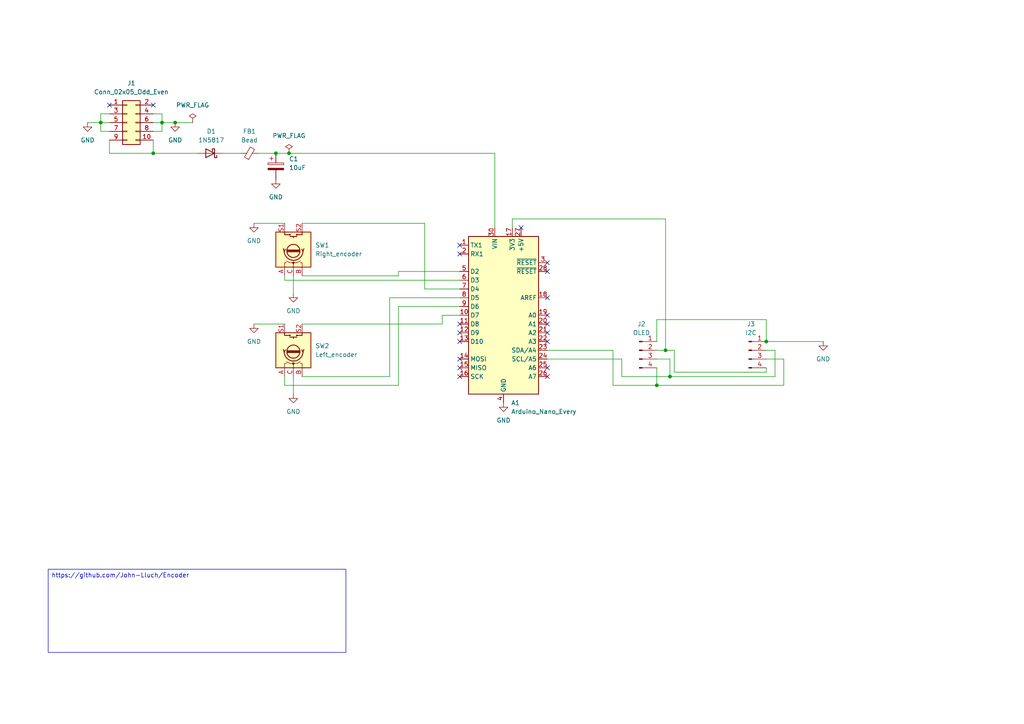
<source format=kicad_sch>
(kicad_sch (version 20230121) (generator eeschema)

  (uuid 55cb5246-239e-4ae6-8e87-70f3711c6841)

  (paper "A4")

  (lib_symbols
    (symbol "Connector:Conn_01x04_Pin" (pin_names (offset 1.016) hide) (in_bom yes) (on_board yes)
      (property "Reference" "J" (at 0 5.08 0)
        (effects (font (size 1.27 1.27)))
      )
      (property "Value" "Conn_01x04_Pin" (at 0 -7.62 0)
        (effects (font (size 1.27 1.27)))
      )
      (property "Footprint" "" (at 0 0 0)
        (effects (font (size 1.27 1.27)) hide)
      )
      (property "Datasheet" "~" (at 0 0 0)
        (effects (font (size 1.27 1.27)) hide)
      )
      (property "ki_locked" "" (at 0 0 0)
        (effects (font (size 1.27 1.27)))
      )
      (property "ki_keywords" "connector" (at 0 0 0)
        (effects (font (size 1.27 1.27)) hide)
      )
      (property "ki_description" "Generic connector, single row, 01x04, script generated" (at 0 0 0)
        (effects (font (size 1.27 1.27)) hide)
      )
      (property "ki_fp_filters" "Connector*:*_1x??_*" (at 0 0 0)
        (effects (font (size 1.27 1.27)) hide)
      )
      (symbol "Conn_01x04_Pin_1_1"
        (polyline
          (pts
            (xy 1.27 -5.08)
            (xy 0.8636 -5.08)
          )
          (stroke (width 0.1524) (type default))
          (fill (type none))
        )
        (polyline
          (pts
            (xy 1.27 -2.54)
            (xy 0.8636 -2.54)
          )
          (stroke (width 0.1524) (type default))
          (fill (type none))
        )
        (polyline
          (pts
            (xy 1.27 0)
            (xy 0.8636 0)
          )
          (stroke (width 0.1524) (type default))
          (fill (type none))
        )
        (polyline
          (pts
            (xy 1.27 2.54)
            (xy 0.8636 2.54)
          )
          (stroke (width 0.1524) (type default))
          (fill (type none))
        )
        (rectangle (start 0.8636 -4.953) (end 0 -5.207)
          (stroke (width 0.1524) (type default))
          (fill (type outline))
        )
        (rectangle (start 0.8636 -2.413) (end 0 -2.667)
          (stroke (width 0.1524) (type default))
          (fill (type outline))
        )
        (rectangle (start 0.8636 0.127) (end 0 -0.127)
          (stroke (width 0.1524) (type default))
          (fill (type outline))
        )
        (rectangle (start 0.8636 2.667) (end 0 2.413)
          (stroke (width 0.1524) (type default))
          (fill (type outline))
        )
        (pin passive line (at 5.08 2.54 180) (length 3.81)
          (name "Pin_1" (effects (font (size 1.27 1.27))))
          (number "1" (effects (font (size 1.27 1.27))))
        )
        (pin passive line (at 5.08 0 180) (length 3.81)
          (name "Pin_2" (effects (font (size 1.27 1.27))))
          (number "2" (effects (font (size 1.27 1.27))))
        )
        (pin passive line (at 5.08 -2.54 180) (length 3.81)
          (name "Pin_3" (effects (font (size 1.27 1.27))))
          (number "3" (effects (font (size 1.27 1.27))))
        )
        (pin passive line (at 5.08 -5.08 180) (length 3.81)
          (name "Pin_4" (effects (font (size 1.27 1.27))))
          (number "4" (effects (font (size 1.27 1.27))))
        )
      )
    )
    (symbol "Connector_Generic:Conn_02x05_Odd_Even" (pin_names (offset 1.016) hide) (in_bom yes) (on_board yes)
      (property "Reference" "J" (at 1.27 7.62 0)
        (effects (font (size 1.27 1.27)))
      )
      (property "Value" "Conn_02x05_Odd_Even" (at 1.27 -7.62 0)
        (effects (font (size 1.27 1.27)))
      )
      (property "Footprint" "" (at 0 0 0)
        (effects (font (size 1.27 1.27)) hide)
      )
      (property "Datasheet" "~" (at 0 0 0)
        (effects (font (size 1.27 1.27)) hide)
      )
      (property "ki_keywords" "connector" (at 0 0 0)
        (effects (font (size 1.27 1.27)) hide)
      )
      (property "ki_description" "Generic connector, double row, 02x05, odd/even pin numbering scheme (row 1 odd numbers, row 2 even numbers), script generated (kicad-library-utils/schlib/autogen/connector/)" (at 0 0 0)
        (effects (font (size 1.27 1.27)) hide)
      )
      (property "ki_fp_filters" "Connector*:*_2x??_*" (at 0 0 0)
        (effects (font (size 1.27 1.27)) hide)
      )
      (symbol "Conn_02x05_Odd_Even_1_1"
        (rectangle (start -1.27 -4.953) (end 0 -5.207)
          (stroke (width 0.1524) (type default))
          (fill (type none))
        )
        (rectangle (start -1.27 -2.413) (end 0 -2.667)
          (stroke (width 0.1524) (type default))
          (fill (type none))
        )
        (rectangle (start -1.27 0.127) (end 0 -0.127)
          (stroke (width 0.1524) (type default))
          (fill (type none))
        )
        (rectangle (start -1.27 2.667) (end 0 2.413)
          (stroke (width 0.1524) (type default))
          (fill (type none))
        )
        (rectangle (start -1.27 5.207) (end 0 4.953)
          (stroke (width 0.1524) (type default))
          (fill (type none))
        )
        (rectangle (start -1.27 6.35) (end 3.81 -6.35)
          (stroke (width 0.254) (type default))
          (fill (type background))
        )
        (rectangle (start 3.81 -4.953) (end 2.54 -5.207)
          (stroke (width 0.1524) (type default))
          (fill (type none))
        )
        (rectangle (start 3.81 -2.413) (end 2.54 -2.667)
          (stroke (width 0.1524) (type default))
          (fill (type none))
        )
        (rectangle (start 3.81 0.127) (end 2.54 -0.127)
          (stroke (width 0.1524) (type default))
          (fill (type none))
        )
        (rectangle (start 3.81 2.667) (end 2.54 2.413)
          (stroke (width 0.1524) (type default))
          (fill (type none))
        )
        (rectangle (start 3.81 5.207) (end 2.54 4.953)
          (stroke (width 0.1524) (type default))
          (fill (type none))
        )
        (pin passive line (at -5.08 5.08 0) (length 3.81)
          (name "Pin_1" (effects (font (size 1.27 1.27))))
          (number "1" (effects (font (size 1.27 1.27))))
        )
        (pin passive line (at 7.62 -5.08 180) (length 3.81)
          (name "Pin_10" (effects (font (size 1.27 1.27))))
          (number "10" (effects (font (size 1.27 1.27))))
        )
        (pin passive line (at 7.62 5.08 180) (length 3.81)
          (name "Pin_2" (effects (font (size 1.27 1.27))))
          (number "2" (effects (font (size 1.27 1.27))))
        )
        (pin passive line (at -5.08 2.54 0) (length 3.81)
          (name "Pin_3" (effects (font (size 1.27 1.27))))
          (number "3" (effects (font (size 1.27 1.27))))
        )
        (pin passive line (at 7.62 2.54 180) (length 3.81)
          (name "Pin_4" (effects (font (size 1.27 1.27))))
          (number "4" (effects (font (size 1.27 1.27))))
        )
        (pin passive line (at -5.08 0 0) (length 3.81)
          (name "Pin_5" (effects (font (size 1.27 1.27))))
          (number "5" (effects (font (size 1.27 1.27))))
        )
        (pin passive line (at 7.62 0 180) (length 3.81)
          (name "Pin_6" (effects (font (size 1.27 1.27))))
          (number "6" (effects (font (size 1.27 1.27))))
        )
        (pin passive line (at -5.08 -2.54 0) (length 3.81)
          (name "Pin_7" (effects (font (size 1.27 1.27))))
          (number "7" (effects (font (size 1.27 1.27))))
        )
        (pin passive line (at 7.62 -2.54 180) (length 3.81)
          (name "Pin_8" (effects (font (size 1.27 1.27))))
          (number "8" (effects (font (size 1.27 1.27))))
        )
        (pin passive line (at -5.08 -5.08 0) (length 3.81)
          (name "Pin_9" (effects (font (size 1.27 1.27))))
          (number "9" (effects (font (size 1.27 1.27))))
        )
      )
    )
    (symbol "Device:C_Polarized" (pin_numbers hide) (pin_names (offset 0.254)) (in_bom yes) (on_board yes)
      (property "Reference" "C" (at 0.635 2.54 0)
        (effects (font (size 1.27 1.27)) (justify left))
      )
      (property "Value" "C_Polarized" (at 0.635 -2.54 0)
        (effects (font (size 1.27 1.27)) (justify left))
      )
      (property "Footprint" "" (at 0.9652 -3.81 0)
        (effects (font (size 1.27 1.27)) hide)
      )
      (property "Datasheet" "~" (at 0 0 0)
        (effects (font (size 1.27 1.27)) hide)
      )
      (property "ki_keywords" "cap capacitor" (at 0 0 0)
        (effects (font (size 1.27 1.27)) hide)
      )
      (property "ki_description" "Polarized capacitor" (at 0 0 0)
        (effects (font (size 1.27 1.27)) hide)
      )
      (property "ki_fp_filters" "CP_*" (at 0 0 0)
        (effects (font (size 1.27 1.27)) hide)
      )
      (symbol "C_Polarized_0_1"
        (rectangle (start -2.286 0.508) (end 2.286 1.016)
          (stroke (width 0) (type default))
          (fill (type none))
        )
        (polyline
          (pts
            (xy -1.778 2.286)
            (xy -0.762 2.286)
          )
          (stroke (width 0) (type default))
          (fill (type none))
        )
        (polyline
          (pts
            (xy -1.27 2.794)
            (xy -1.27 1.778)
          )
          (stroke (width 0) (type default))
          (fill (type none))
        )
        (rectangle (start 2.286 -0.508) (end -2.286 -1.016)
          (stroke (width 0) (type default))
          (fill (type outline))
        )
      )
      (symbol "C_Polarized_1_1"
        (pin passive line (at 0 3.81 270) (length 2.794)
          (name "~" (effects (font (size 1.27 1.27))))
          (number "1" (effects (font (size 1.27 1.27))))
        )
        (pin passive line (at 0 -3.81 90) (length 2.794)
          (name "~" (effects (font (size 1.27 1.27))))
          (number "2" (effects (font (size 1.27 1.27))))
        )
      )
    )
    (symbol "Device:FerriteBead_Small" (pin_numbers hide) (pin_names (offset 0)) (in_bom yes) (on_board yes)
      (property "Reference" "FB" (at 1.905 1.27 0)
        (effects (font (size 1.27 1.27)) (justify left))
      )
      (property "Value" "FerriteBead_Small" (at 1.905 -1.27 0)
        (effects (font (size 1.27 1.27)) (justify left))
      )
      (property "Footprint" "" (at -1.778 0 90)
        (effects (font (size 1.27 1.27)) hide)
      )
      (property "Datasheet" "~" (at 0 0 0)
        (effects (font (size 1.27 1.27)) hide)
      )
      (property "ki_keywords" "L ferrite bead inductor filter" (at 0 0 0)
        (effects (font (size 1.27 1.27)) hide)
      )
      (property "ki_description" "Ferrite bead, small symbol" (at 0 0 0)
        (effects (font (size 1.27 1.27)) hide)
      )
      (property "ki_fp_filters" "Inductor_* L_* *Ferrite*" (at 0 0 0)
        (effects (font (size 1.27 1.27)) hide)
      )
      (symbol "FerriteBead_Small_0_1"
        (polyline
          (pts
            (xy 0 -1.27)
            (xy 0 -0.7874)
          )
          (stroke (width 0) (type default))
          (fill (type none))
        )
        (polyline
          (pts
            (xy 0 0.889)
            (xy 0 1.2954)
          )
          (stroke (width 0) (type default))
          (fill (type none))
        )
        (polyline
          (pts
            (xy -1.8288 0.2794)
            (xy -1.1176 1.4986)
            (xy 1.8288 -0.2032)
            (xy 1.1176 -1.4224)
            (xy -1.8288 0.2794)
          )
          (stroke (width 0) (type default))
          (fill (type none))
        )
      )
      (symbol "FerriteBead_Small_1_1"
        (pin passive line (at 0 2.54 270) (length 1.27)
          (name "~" (effects (font (size 1.27 1.27))))
          (number "1" (effects (font (size 1.27 1.27))))
        )
        (pin passive line (at 0 -2.54 90) (length 1.27)
          (name "~" (effects (font (size 1.27 1.27))))
          (number "2" (effects (font (size 1.27 1.27))))
        )
      )
    )
    (symbol "Device:RotaryEncoder_Switch" (pin_names (offset 0.254) hide) (in_bom yes) (on_board yes)
      (property "Reference" "SW" (at 0 6.604 0)
        (effects (font (size 1.27 1.27)))
      )
      (property "Value" "RotaryEncoder_Switch" (at 0 -6.604 0)
        (effects (font (size 1.27 1.27)))
      )
      (property "Footprint" "" (at -3.81 4.064 0)
        (effects (font (size 1.27 1.27)) hide)
      )
      (property "Datasheet" "~" (at 0 6.604 0)
        (effects (font (size 1.27 1.27)) hide)
      )
      (property "ki_keywords" "rotary switch encoder switch push button" (at 0 0 0)
        (effects (font (size 1.27 1.27)) hide)
      )
      (property "ki_description" "Rotary encoder, dual channel, incremental quadrate outputs, with switch" (at 0 0 0)
        (effects (font (size 1.27 1.27)) hide)
      )
      (property "ki_fp_filters" "RotaryEncoder*Switch*" (at 0 0 0)
        (effects (font (size 1.27 1.27)) hide)
      )
      (symbol "RotaryEncoder_Switch_0_1"
        (rectangle (start -5.08 5.08) (end 5.08 -5.08)
          (stroke (width 0.254) (type default))
          (fill (type background))
        )
        (circle (center -3.81 0) (radius 0.254)
          (stroke (width 0) (type default))
          (fill (type outline))
        )
        (circle (center -0.381 0) (radius 1.905)
          (stroke (width 0.254) (type default))
          (fill (type none))
        )
        (arc (start -0.381 2.667) (mid -3.0988 -0.0635) (end -0.381 -2.794)
          (stroke (width 0.254) (type default))
          (fill (type none))
        )
        (polyline
          (pts
            (xy -0.635 -1.778)
            (xy -0.635 1.778)
          )
          (stroke (width 0.254) (type default))
          (fill (type none))
        )
        (polyline
          (pts
            (xy -0.381 -1.778)
            (xy -0.381 1.778)
          )
          (stroke (width 0.254) (type default))
          (fill (type none))
        )
        (polyline
          (pts
            (xy -0.127 1.778)
            (xy -0.127 -1.778)
          )
          (stroke (width 0.254) (type default))
          (fill (type none))
        )
        (polyline
          (pts
            (xy 3.81 0)
            (xy 3.429 0)
          )
          (stroke (width 0.254) (type default))
          (fill (type none))
        )
        (polyline
          (pts
            (xy 3.81 1.016)
            (xy 3.81 -1.016)
          )
          (stroke (width 0.254) (type default))
          (fill (type none))
        )
        (polyline
          (pts
            (xy -5.08 -2.54)
            (xy -3.81 -2.54)
            (xy -3.81 -2.032)
          )
          (stroke (width 0) (type default))
          (fill (type none))
        )
        (polyline
          (pts
            (xy -5.08 2.54)
            (xy -3.81 2.54)
            (xy -3.81 2.032)
          )
          (stroke (width 0) (type default))
          (fill (type none))
        )
        (polyline
          (pts
            (xy 0.254 -3.048)
            (xy -0.508 -2.794)
            (xy 0.127 -2.413)
          )
          (stroke (width 0.254) (type default))
          (fill (type none))
        )
        (polyline
          (pts
            (xy 0.254 2.921)
            (xy -0.508 2.667)
            (xy 0.127 2.286)
          )
          (stroke (width 0.254) (type default))
          (fill (type none))
        )
        (polyline
          (pts
            (xy 5.08 -2.54)
            (xy 4.318 -2.54)
            (xy 4.318 -1.016)
          )
          (stroke (width 0.254) (type default))
          (fill (type none))
        )
        (polyline
          (pts
            (xy 5.08 2.54)
            (xy 4.318 2.54)
            (xy 4.318 1.016)
          )
          (stroke (width 0.254) (type default))
          (fill (type none))
        )
        (polyline
          (pts
            (xy -5.08 0)
            (xy -3.81 0)
            (xy -3.81 -1.016)
            (xy -3.302 -2.032)
          )
          (stroke (width 0) (type default))
          (fill (type none))
        )
        (polyline
          (pts
            (xy -4.318 0)
            (xy -3.81 0)
            (xy -3.81 1.016)
            (xy -3.302 2.032)
          )
          (stroke (width 0) (type default))
          (fill (type none))
        )
        (circle (center 4.318 -1.016) (radius 0.127)
          (stroke (width 0.254) (type default))
          (fill (type none))
        )
        (circle (center 4.318 1.016) (radius 0.127)
          (stroke (width 0.254) (type default))
          (fill (type none))
        )
      )
      (symbol "RotaryEncoder_Switch_1_1"
        (pin passive line (at -7.62 2.54 0) (length 2.54)
          (name "A" (effects (font (size 1.27 1.27))))
          (number "A" (effects (font (size 1.27 1.27))))
        )
        (pin passive line (at -7.62 -2.54 0) (length 2.54)
          (name "B" (effects (font (size 1.27 1.27))))
          (number "B" (effects (font (size 1.27 1.27))))
        )
        (pin passive line (at -7.62 0 0) (length 2.54)
          (name "C" (effects (font (size 1.27 1.27))))
          (number "C" (effects (font (size 1.27 1.27))))
        )
        (pin passive line (at 7.62 2.54 180) (length 2.54)
          (name "S1" (effects (font (size 1.27 1.27))))
          (number "S1" (effects (font (size 1.27 1.27))))
        )
        (pin passive line (at 7.62 -2.54 180) (length 2.54)
          (name "S2" (effects (font (size 1.27 1.27))))
          (number "S2" (effects (font (size 1.27 1.27))))
        )
      )
    )
    (symbol "Diode:1N5817" (pin_numbers hide) (pin_names (offset 1.016) hide) (in_bom yes) (on_board yes)
      (property "Reference" "D" (at 0 2.54 0)
        (effects (font (size 1.27 1.27)))
      )
      (property "Value" "1N5817" (at 0 -2.54 0)
        (effects (font (size 1.27 1.27)))
      )
      (property "Footprint" "Diode_THT:D_DO-41_SOD81_P10.16mm_Horizontal" (at 0 -4.445 0)
        (effects (font (size 1.27 1.27)) hide)
      )
      (property "Datasheet" "http://www.vishay.com/docs/88525/1n5817.pdf" (at 0 0 0)
        (effects (font (size 1.27 1.27)) hide)
      )
      (property "ki_keywords" "diode Schottky" (at 0 0 0)
        (effects (font (size 1.27 1.27)) hide)
      )
      (property "ki_description" "20V 1A Schottky Barrier Rectifier Diode, DO-41" (at 0 0 0)
        (effects (font (size 1.27 1.27)) hide)
      )
      (property "ki_fp_filters" "D*DO?41*" (at 0 0 0)
        (effects (font (size 1.27 1.27)) hide)
      )
      (symbol "1N5817_0_1"
        (polyline
          (pts
            (xy 1.27 0)
            (xy -1.27 0)
          )
          (stroke (width 0) (type default))
          (fill (type none))
        )
        (polyline
          (pts
            (xy 1.27 1.27)
            (xy 1.27 -1.27)
            (xy -1.27 0)
            (xy 1.27 1.27)
          )
          (stroke (width 0.254) (type default))
          (fill (type none))
        )
        (polyline
          (pts
            (xy -1.905 0.635)
            (xy -1.905 1.27)
            (xy -1.27 1.27)
            (xy -1.27 -1.27)
            (xy -0.635 -1.27)
            (xy -0.635 -0.635)
          )
          (stroke (width 0.254) (type default))
          (fill (type none))
        )
      )
      (symbol "1N5817_1_1"
        (pin passive line (at -3.81 0 0) (length 2.54)
          (name "K" (effects (font (size 1.27 1.27))))
          (number "1" (effects (font (size 1.27 1.27))))
        )
        (pin passive line (at 3.81 0 180) (length 2.54)
          (name "A" (effects (font (size 1.27 1.27))))
          (number "2" (effects (font (size 1.27 1.27))))
        )
      )
    )
    (symbol "MCU_Module:Arduino_Nano_Every" (in_bom yes) (on_board yes)
      (property "Reference" "A" (at -10.16 23.495 0)
        (effects (font (size 1.27 1.27)) (justify left bottom))
      )
      (property "Value" "Arduino_Nano_Every" (at 5.08 -24.13 0)
        (effects (font (size 1.27 1.27)) (justify left top))
      )
      (property "Footprint" "Module:Arduino_Nano" (at 0 0 0)
        (effects (font (size 1.27 1.27) italic) hide)
      )
      (property "Datasheet" "https://content.arduino.cc/assets/NANOEveryV3.0_sch.pdf" (at 0 0 0)
        (effects (font (size 1.27 1.27)) hide)
      )
      (property "ki_keywords" "Arduino nano microcontroller module USB UPDI AATMega4809 AVR" (at 0 0 0)
        (effects (font (size 1.27 1.27)) hide)
      )
      (property "ki_description" "Arduino Nano Every" (at 0 0 0)
        (effects (font (size 1.27 1.27)) hide)
      )
      (property "ki_fp_filters" "Arduino*Nano*" (at 0 0 0)
        (effects (font (size 1.27 1.27)) hide)
      )
      (symbol "Arduino_Nano_Every_0_1"
        (rectangle (start -10.16 22.86) (end 10.16 -22.86)
          (stroke (width 0.254) (type default))
          (fill (type background))
        )
      )
      (symbol "Arduino_Nano_Every_1_1"
        (pin bidirectional line (at -12.7 20.32 0) (length 2.54)
          (name "TX1" (effects (font (size 1.27 1.27))))
          (number "1" (effects (font (size 1.27 1.27))))
        )
        (pin bidirectional line (at -12.7 0 0) (length 2.54)
          (name "D7" (effects (font (size 1.27 1.27))))
          (number "10" (effects (font (size 1.27 1.27))))
        )
        (pin bidirectional line (at -12.7 -2.54 0) (length 2.54)
          (name "D8" (effects (font (size 1.27 1.27))))
          (number "11" (effects (font (size 1.27 1.27))))
        )
        (pin bidirectional line (at -12.7 -5.08 0) (length 2.54)
          (name "D9" (effects (font (size 1.27 1.27))))
          (number "12" (effects (font (size 1.27 1.27))))
        )
        (pin bidirectional line (at -12.7 -7.62 0) (length 2.54)
          (name "D10" (effects (font (size 1.27 1.27))))
          (number "13" (effects (font (size 1.27 1.27))))
        )
        (pin bidirectional line (at -12.7 -12.7 0) (length 2.54)
          (name "MOSI" (effects (font (size 1.27 1.27))))
          (number "14" (effects (font (size 1.27 1.27))))
        )
        (pin bidirectional line (at -12.7 -15.24 0) (length 2.54)
          (name "MISO" (effects (font (size 1.27 1.27))))
          (number "15" (effects (font (size 1.27 1.27))))
        )
        (pin bidirectional line (at -12.7 -17.78 0) (length 2.54)
          (name "SCK" (effects (font (size 1.27 1.27))))
          (number "16" (effects (font (size 1.27 1.27))))
        )
        (pin power_out line (at 2.54 25.4 270) (length 2.54)
          (name "3V3" (effects (font (size 1.27 1.27))))
          (number "17" (effects (font (size 1.27 1.27))))
        )
        (pin input line (at 12.7 5.08 180) (length 2.54)
          (name "AREF" (effects (font (size 1.27 1.27))))
          (number "18" (effects (font (size 1.27 1.27))))
        )
        (pin bidirectional line (at 12.7 0 180) (length 2.54)
          (name "A0" (effects (font (size 1.27 1.27))))
          (number "19" (effects (font (size 1.27 1.27))))
        )
        (pin bidirectional line (at -12.7 17.78 0) (length 2.54)
          (name "RX1" (effects (font (size 1.27 1.27))))
          (number "2" (effects (font (size 1.27 1.27))))
        )
        (pin bidirectional line (at 12.7 -2.54 180) (length 2.54)
          (name "A1" (effects (font (size 1.27 1.27))))
          (number "20" (effects (font (size 1.27 1.27))))
        )
        (pin bidirectional line (at 12.7 -5.08 180) (length 2.54)
          (name "A2" (effects (font (size 1.27 1.27))))
          (number "21" (effects (font (size 1.27 1.27))))
        )
        (pin bidirectional line (at 12.7 -7.62 180) (length 2.54)
          (name "A3" (effects (font (size 1.27 1.27))))
          (number "22" (effects (font (size 1.27 1.27))))
        )
        (pin bidirectional line (at 12.7 -10.16 180) (length 2.54)
          (name "SDA/A4" (effects (font (size 1.27 1.27))))
          (number "23" (effects (font (size 1.27 1.27))))
        )
        (pin bidirectional line (at 12.7 -12.7 180) (length 2.54)
          (name "SCL/A5" (effects (font (size 1.27 1.27))))
          (number "24" (effects (font (size 1.27 1.27))))
        )
        (pin bidirectional line (at 12.7 -15.24 180) (length 2.54)
          (name "A6" (effects (font (size 1.27 1.27))))
          (number "25" (effects (font (size 1.27 1.27))))
        )
        (pin bidirectional line (at 12.7 -17.78 180) (length 2.54)
          (name "A7" (effects (font (size 1.27 1.27))))
          (number "26" (effects (font (size 1.27 1.27))))
        )
        (pin power_out line (at 5.08 25.4 270) (length 2.54)
          (name "+5V" (effects (font (size 1.27 1.27))))
          (number "27" (effects (font (size 1.27 1.27))))
        )
        (pin input line (at 12.7 12.7 180) (length 2.54)
          (name "~{RESET}" (effects (font (size 1.27 1.27))))
          (number "28" (effects (font (size 1.27 1.27))))
        )
        (pin passive line (at 0 -25.4 90) (length 2.54) hide
          (name "GND" (effects (font (size 1.27 1.27))))
          (number "29" (effects (font (size 1.27 1.27))))
        )
        (pin input line (at 12.7 15.24 180) (length 2.54)
          (name "~{RESET}" (effects (font (size 1.27 1.27))))
          (number "3" (effects (font (size 1.27 1.27))))
        )
        (pin power_in line (at -2.54 25.4 270) (length 2.54)
          (name "VIN" (effects (font (size 1.27 1.27))))
          (number "30" (effects (font (size 1.27 1.27))))
        )
        (pin power_in line (at 0 -25.4 90) (length 2.54)
          (name "GND" (effects (font (size 1.27 1.27))))
          (number "4" (effects (font (size 1.27 1.27))))
        )
        (pin bidirectional line (at -12.7 12.7 0) (length 2.54)
          (name "D2" (effects (font (size 1.27 1.27))))
          (number "5" (effects (font (size 1.27 1.27))))
        )
        (pin bidirectional line (at -12.7 10.16 0) (length 2.54)
          (name "D3" (effects (font (size 1.27 1.27))))
          (number "6" (effects (font (size 1.27 1.27))))
        )
        (pin bidirectional line (at -12.7 7.62 0) (length 2.54)
          (name "D4" (effects (font (size 1.27 1.27))))
          (number "7" (effects (font (size 1.27 1.27))))
        )
        (pin bidirectional line (at -12.7 5.08 0) (length 2.54)
          (name "D5" (effects (font (size 1.27 1.27))))
          (number "8" (effects (font (size 1.27 1.27))))
        )
        (pin bidirectional line (at -12.7 2.54 0) (length 2.54)
          (name "D6" (effects (font (size 1.27 1.27))))
          (number "9" (effects (font (size 1.27 1.27))))
        )
      )
    )
    (symbol "power:GND" (power) (pin_names (offset 0)) (in_bom yes) (on_board yes)
      (property "Reference" "#PWR" (at 0 -6.35 0)
        (effects (font (size 1.27 1.27)) hide)
      )
      (property "Value" "GND" (at 0 -3.81 0)
        (effects (font (size 1.27 1.27)))
      )
      (property "Footprint" "" (at 0 0 0)
        (effects (font (size 1.27 1.27)) hide)
      )
      (property "Datasheet" "" (at 0 0 0)
        (effects (font (size 1.27 1.27)) hide)
      )
      (property "ki_keywords" "global power" (at 0 0 0)
        (effects (font (size 1.27 1.27)) hide)
      )
      (property "ki_description" "Power symbol creates a global label with name \"GND\" , ground" (at 0 0 0)
        (effects (font (size 1.27 1.27)) hide)
      )
      (symbol "GND_0_1"
        (polyline
          (pts
            (xy 0 0)
            (xy 0 -1.27)
            (xy 1.27 -1.27)
            (xy 0 -2.54)
            (xy -1.27 -1.27)
            (xy 0 -1.27)
          )
          (stroke (width 0) (type default))
          (fill (type none))
        )
      )
      (symbol "GND_1_1"
        (pin power_in line (at 0 0 270) (length 0) hide
          (name "GND" (effects (font (size 1.27 1.27))))
          (number "1" (effects (font (size 1.27 1.27))))
        )
      )
    )
    (symbol "power:PWR_FLAG" (power) (pin_numbers hide) (pin_names (offset 0) hide) (in_bom yes) (on_board yes)
      (property "Reference" "#FLG" (at 0 1.905 0)
        (effects (font (size 1.27 1.27)) hide)
      )
      (property "Value" "PWR_FLAG" (at 0 3.81 0)
        (effects (font (size 1.27 1.27)))
      )
      (property "Footprint" "" (at 0 0 0)
        (effects (font (size 1.27 1.27)) hide)
      )
      (property "Datasheet" "~" (at 0 0 0)
        (effects (font (size 1.27 1.27)) hide)
      )
      (property "ki_keywords" "flag power" (at 0 0 0)
        (effects (font (size 1.27 1.27)) hide)
      )
      (property "ki_description" "Special symbol for telling ERC where power comes from" (at 0 0 0)
        (effects (font (size 1.27 1.27)) hide)
      )
      (symbol "PWR_FLAG_0_0"
        (pin power_out line (at 0 0 90) (length 0)
          (name "pwr" (effects (font (size 1.27 1.27))))
          (number "1" (effects (font (size 1.27 1.27))))
        )
      )
      (symbol "PWR_FLAG_0_1"
        (polyline
          (pts
            (xy 0 0)
            (xy 0 1.27)
            (xy -1.016 1.905)
            (xy 0 2.54)
            (xy 1.016 1.905)
            (xy 0 1.27)
          )
          (stroke (width 0) (type default))
          (fill (type none))
        )
      )
    )
  )

  (junction (at 44.45 44.45) (diameter 0) (color 0 0 0 0)
    (uuid 34da9be1-e2b6-44b9-8223-f259a59426e5)
  )
  (junction (at 193.04 101.6) (diameter 0) (color 0 0 0 0)
    (uuid 71070986-c8e3-4e8c-a480-26db45c57a64)
  )
  (junction (at 80.01 44.45) (diameter 0) (color 0 0 0 0)
    (uuid 76502e6a-20b9-4e2e-8587-16778ec31337)
  )
  (junction (at 222.25 99.06) (diameter 0) (color 0 0 0 0)
    (uuid 9eab71f9-c33c-4dcb-af89-7aac1e36e755)
  )
  (junction (at 46.99 35.56) (diameter 0) (color 0 0 0 0)
    (uuid 9f5554a5-fc29-4b11-95ea-b61b544b58db)
  )
  (junction (at 29.21 35.56) (diameter 0) (color 0 0 0 0)
    (uuid a7f67dfb-b46e-4799-a21e-3338baa80cb0)
  )
  (junction (at 194.31 109.22) (diameter 0) (color 0 0 0 0)
    (uuid d2b19904-bf95-4084-9e19-b76cacfd32df)
  )
  (junction (at 83.82 44.45) (diameter 0) (color 0 0 0 0)
    (uuid e2985438-ca0a-4b96-a052-91db9d7b9de9)
  )
  (junction (at 190.5 111.76) (diameter 0) (color 0 0 0 0)
    (uuid f3cca419-db0a-45b1-9cc6-bffc8424c61b)
  )
  (junction (at 50.8 35.56) (diameter 0) (color 0 0 0 0)
    (uuid ffd118a2-e985-4fea-88e1-2e532d75ffca)
  )

  (no_connect (at 158.75 93.98) (uuid 04756796-1bca-4cc1-b9fc-54e517998200))
  (no_connect (at 158.75 99.06) (uuid 0a1ca9ea-d907-4282-a182-b4564ab56563))
  (no_connect (at 158.75 91.44) (uuid 328c6752-6420-4bd5-b5e1-5a7084e08556))
  (no_connect (at 31.75 30.48) (uuid 451ce046-9db4-442b-a53e-fe912365af30))
  (no_connect (at 44.45 30.48) (uuid 558d5865-1c52-4e42-9f90-c5602b2b67ef))
  (no_connect (at 158.75 76.2) (uuid 59be7732-3ae6-46b4-bd9d-b5b1de9c3db3))
  (no_connect (at 158.75 78.74) (uuid 65c566cc-fed1-4744-8818-424e627e3ee2))
  (no_connect (at 133.35 96.52) (uuid 6d685873-9085-4842-a68b-adad72d25e6e))
  (no_connect (at 133.35 71.12) (uuid 8d7e7fe4-cc3e-4cbe-9f54-0f7866d392ea))
  (no_connect (at 133.35 99.06) (uuid 908970a1-0a57-4383-9d92-ac4ea66e39e4))
  (no_connect (at 133.35 93.98) (uuid 93080e53-9714-40f2-82f3-64fd7d8d9302))
  (no_connect (at 158.75 86.36) (uuid 9428cb31-9bed-409b-b28c-37328887a8b3))
  (no_connect (at 158.75 96.52) (uuid 9b0f74d9-838b-4973-8a19-706eb87dceb0))
  (no_connect (at 158.75 109.22) (uuid b6694c0f-2f44-4b24-ae07-bd985eb2acfb))
  (no_connect (at 151.13 66.04) (uuid bd9ba36c-79f1-4e5f-864e-a183da01ed53))
  (no_connect (at 133.35 104.14) (uuid bff1390d-5153-47a3-a1d9-7b77d2c03ae1))
  (no_connect (at 133.35 109.22) (uuid e79b9ba6-eeb2-470e-ad02-ebfcef58a425))
  (no_connect (at 158.75 106.68) (uuid ec5a0f14-cb09-4fad-af2a-34216b00cad7))
  (no_connect (at 133.35 73.66) (uuid fc5a6638-d12b-46fc-906c-216c6bc5554b))
  (no_connect (at 133.35 106.68) (uuid fe2047f0-8b1a-4d9f-b957-47e7c1182e51))

  (wire (pts (xy 222.25 101.6) (xy 224.79 101.6))
    (stroke (width 0) (type default))
    (uuid 024b7b22-9be6-4911-9a89-9c4ce8c60561)
  )
  (wire (pts (xy 180.34 109.22) (xy 194.31 109.22))
    (stroke (width 0) (type default))
    (uuid 0899f9d2-fed6-41e1-b2bc-cc8fdff517b6)
  )
  (wire (pts (xy 158.75 104.14) (xy 180.34 104.14))
    (stroke (width 0) (type default))
    (uuid 08f76a2a-f42f-436a-9763-a1717b2dcaaf)
  )
  (wire (pts (xy 113.03 86.36) (xy 113.03 109.22))
    (stroke (width 0) (type default))
    (uuid 0b19bce0-c44f-47c2-ab90-3fd377ed7f80)
  )
  (wire (pts (xy 222.25 106.68) (xy 222.25 107.95))
    (stroke (width 0) (type default))
    (uuid 109b5997-dc5e-4276-a7a9-275dcb160b33)
  )
  (wire (pts (xy 148.59 63.5) (xy 193.04 63.5))
    (stroke (width 0) (type default))
    (uuid 16217c25-4e68-49b8-a892-b176a5cfc4b5)
  )
  (wire (pts (xy 194.31 109.22) (xy 194.31 104.14))
    (stroke (width 0) (type default))
    (uuid 1df216bc-4f6f-42ab-9bc9-9a7541ba0c8b)
  )
  (wire (pts (xy 224.79 101.6) (xy 224.79 109.22))
    (stroke (width 0) (type default))
    (uuid 20cebe64-fcea-4d4d-b935-35ac9ea8e514)
  )
  (wire (pts (xy 50.8 35.56) (xy 55.88 35.56))
    (stroke (width 0) (type default))
    (uuid 234a9953-bdbf-44a0-a32d-77f23d6a5bdc)
  )
  (wire (pts (xy 31.75 33.02) (xy 29.21 33.02))
    (stroke (width 0) (type default))
    (uuid 24c416dd-37ed-473d-9945-76ef50a5bebf)
  )
  (wire (pts (xy 44.45 38.1) (xy 46.99 38.1))
    (stroke (width 0) (type default))
    (uuid 26f7328f-d13e-42b8-898a-a3b1abae6c53)
  )
  (wire (pts (xy 128.27 93.98) (xy 128.27 91.44))
    (stroke (width 0) (type default))
    (uuid 2911dbd1-7907-49ba-a506-530904fc6a71)
  )
  (wire (pts (xy 29.21 35.56) (xy 31.75 35.56))
    (stroke (width 0) (type default))
    (uuid 3178ca26-5d03-473f-bf37-7f9ed84cb7b1)
  )
  (wire (pts (xy 222.25 92.71) (xy 222.25 99.06))
    (stroke (width 0) (type default))
    (uuid 384f5860-d05c-49ce-a52a-7f5bb9ab43fc)
  )
  (wire (pts (xy 128.27 91.44) (xy 133.35 91.44))
    (stroke (width 0) (type default))
    (uuid 3b2e423a-e944-4c8b-bf74-30e67fbf32bb)
  )
  (wire (pts (xy 82.55 81.28) (xy 82.55 80.01))
    (stroke (width 0) (type default))
    (uuid 41af18e4-b9bb-451a-a71c-4c2ed0d40c08)
  )
  (wire (pts (xy 82.55 111.76) (xy 115.57 111.76))
    (stroke (width 0) (type default))
    (uuid 41dbcd2c-1229-4bfe-bb8d-3e60fc3f641f)
  )
  (wire (pts (xy 29.21 35.56) (xy 29.21 38.1))
    (stroke (width 0) (type default))
    (uuid 42060ed5-18d3-4533-ad19-2c701b38a5df)
  )
  (wire (pts (xy 83.82 44.45) (xy 80.01 44.45))
    (stroke (width 0) (type default))
    (uuid 4428ce1a-8a57-492a-9dcf-9cd4052092af)
  )
  (wire (pts (xy 73.66 93.98) (xy 82.55 93.98))
    (stroke (width 0) (type default))
    (uuid 453562b7-04db-4255-8c5a-23b91a94104d)
  )
  (wire (pts (xy 87.63 93.98) (xy 128.27 93.98))
    (stroke (width 0) (type default))
    (uuid 490eca3c-bc20-4542-bd4f-15990ae1d10a)
  )
  (wire (pts (xy 190.5 111.76) (xy 177.8 111.76))
    (stroke (width 0) (type default))
    (uuid 4ee28065-ff91-44d0-9feb-bd5f9cb8d0d4)
  )
  (wire (pts (xy 31.75 40.64) (xy 31.75 44.45))
    (stroke (width 0) (type default))
    (uuid 520a98a8-e2bc-443b-9cdd-ba88aad38c0d)
  )
  (wire (pts (xy 87.63 109.22) (xy 113.03 109.22))
    (stroke (width 0) (type default))
    (uuid 5840f6eb-4a48-4c2b-9a8d-458668ca386a)
  )
  (wire (pts (xy 44.45 40.64) (xy 44.45 44.45))
    (stroke (width 0) (type default))
    (uuid 593b14d5-27d3-46e0-b1fb-ef0208dd17a6)
  )
  (wire (pts (xy 115.57 88.9) (xy 133.35 88.9))
    (stroke (width 0) (type default))
    (uuid 59f48a3a-082c-4401-b049-30f74e8b9ceb)
  )
  (wire (pts (xy 177.8 101.6) (xy 158.75 101.6))
    (stroke (width 0) (type default))
    (uuid 5b126c8d-b7b0-4519-a983-e5210cf2f19b)
  )
  (wire (pts (xy 222.25 99.06) (xy 238.76 99.06))
    (stroke (width 0) (type default))
    (uuid 5c73cd07-5736-45dd-861f-98c87379f1d9)
  )
  (wire (pts (xy 180.34 104.14) (xy 180.34 109.22))
    (stroke (width 0) (type default))
    (uuid 614d5b02-62d0-4403-bce8-55fdeebafe1b)
  )
  (wire (pts (xy 190.5 92.71) (xy 222.25 92.71))
    (stroke (width 0) (type default))
    (uuid 615e5679-4700-4628-8c25-066b61ab1d70)
  )
  (wire (pts (xy 74.93 44.45) (xy 80.01 44.45))
    (stroke (width 0) (type default))
    (uuid 6369d5a1-8acc-4ea7-a2ac-ee8895a44113)
  )
  (wire (pts (xy 46.99 33.02) (xy 46.99 35.56))
    (stroke (width 0) (type default))
    (uuid 6ceda993-1425-4249-a258-3e7f44ba9f61)
  )
  (wire (pts (xy 195.58 107.95) (xy 195.58 101.6))
    (stroke (width 0) (type default))
    (uuid 70793df9-1379-456e-9378-1e6605b5cc67)
  )
  (wire (pts (xy 73.66 64.77) (xy 82.55 64.77))
    (stroke (width 0) (type default))
    (uuid 7eadc0cf-e9e5-469d-854a-56b3f3a15407)
  )
  (wire (pts (xy 123.19 83.82) (xy 133.35 83.82))
    (stroke (width 0) (type default))
    (uuid 7fc94a23-832d-449c-8bbf-0781860ca65e)
  )
  (wire (pts (xy 115.57 78.74) (xy 133.35 78.74))
    (stroke (width 0) (type default))
    (uuid 86ebda38-569b-40c3-9ab7-be12eda86ac7)
  )
  (wire (pts (xy 44.45 33.02) (xy 46.99 33.02))
    (stroke (width 0) (type default))
    (uuid 8af57ff3-1744-4177-8227-b083a13d6474)
  )
  (wire (pts (xy 87.63 64.77) (xy 123.19 64.77))
    (stroke (width 0) (type default))
    (uuid 8da68117-9a13-4878-8104-4dbe1d96c010)
  )
  (wire (pts (xy 85.09 109.22) (xy 85.09 114.3))
    (stroke (width 0) (type default))
    (uuid 8e48bcf7-441d-42c9-80f1-b2ab1b86a38b)
  )
  (wire (pts (xy 227.33 111.76) (xy 190.5 111.76))
    (stroke (width 0) (type default))
    (uuid 9959a4d9-1e31-408f-8c0d-f02dddffb4ee)
  )
  (wire (pts (xy 222.25 104.14) (xy 227.33 104.14))
    (stroke (width 0) (type default))
    (uuid 9cef1e91-e5ec-4e1f-b26a-71562a132262)
  )
  (wire (pts (xy 193.04 101.6) (xy 190.5 101.6))
    (stroke (width 0) (type default))
    (uuid a81e01e3-dc16-43de-a389-5364327eba4b)
  )
  (wire (pts (xy 222.25 107.95) (xy 195.58 107.95))
    (stroke (width 0) (type default))
    (uuid aa756fbf-7186-4647-8c83-24e9a6193b43)
  )
  (wire (pts (xy 193.04 63.5) (xy 193.04 101.6))
    (stroke (width 0) (type default))
    (uuid abfc2a95-0951-4c1a-b7d3-10893e49cbe1)
  )
  (wire (pts (xy 224.79 109.22) (xy 194.31 109.22))
    (stroke (width 0) (type default))
    (uuid ad5ee934-0036-4ab6-86c6-454a6881ea06)
  )
  (wire (pts (xy 44.45 35.56) (xy 46.99 35.56))
    (stroke (width 0) (type default))
    (uuid afac8136-e258-43b8-a93c-62bcfd8f0ca3)
  )
  (wire (pts (xy 46.99 35.56) (xy 46.99 38.1))
    (stroke (width 0) (type default))
    (uuid b02cae67-f66e-48fb-ba54-2e36f98ae005)
  )
  (wire (pts (xy 85.09 80.01) (xy 85.09 85.09))
    (stroke (width 0) (type default))
    (uuid b70d6dc7-055b-4738-ba95-c0acf11d8060)
  )
  (wire (pts (xy 44.45 44.45) (xy 57.15 44.45))
    (stroke (width 0) (type default))
    (uuid b8459a56-99e1-42df-a8e7-d5c2c32d8cb5)
  )
  (wire (pts (xy 227.33 104.14) (xy 227.33 111.76))
    (stroke (width 0) (type default))
    (uuid b85dc28d-5602-4973-8f35-0bb6d9e834df)
  )
  (wire (pts (xy 143.51 44.45) (xy 83.82 44.45))
    (stroke (width 0) (type default))
    (uuid be1842ef-ba08-427b-968a-99b709cf221d)
  )
  (wire (pts (xy 177.8 111.76) (xy 177.8 101.6))
    (stroke (width 0) (type default))
    (uuid c553c258-9e31-44c8-9aab-9b37be9dcf30)
  )
  (wire (pts (xy 46.99 35.56) (xy 50.8 35.56))
    (stroke (width 0) (type default))
    (uuid cda388c9-2b5d-4875-8fce-d58c5267caed)
  )
  (wire (pts (xy 25.4 35.56) (xy 29.21 35.56))
    (stroke (width 0) (type default))
    (uuid cecd4b26-c135-471c-bcac-bad784c1bd1b)
  )
  (wire (pts (xy 64.77 44.45) (xy 69.85 44.45))
    (stroke (width 0) (type default))
    (uuid d123b61f-1bc0-4c49-a9a2-9a1d80742b8e)
  )
  (wire (pts (xy 195.58 101.6) (xy 193.04 101.6))
    (stroke (width 0) (type default))
    (uuid da832fd2-1f26-48e2-a8fb-ec5c2bd59e81)
  )
  (wire (pts (xy 143.51 66.04) (xy 143.51 44.45))
    (stroke (width 0) (type default))
    (uuid daadf6a0-93ad-471b-b8de-1fb99b1c16af)
  )
  (wire (pts (xy 123.19 64.77) (xy 123.19 83.82))
    (stroke (width 0) (type default))
    (uuid de6b045b-4a8a-4202-b85c-95f9d738a624)
  )
  (wire (pts (xy 29.21 38.1) (xy 31.75 38.1))
    (stroke (width 0) (type default))
    (uuid e10e5df6-3a8e-4294-af65-4712e73b2cdc)
  )
  (wire (pts (xy 87.63 80.01) (xy 115.57 80.01))
    (stroke (width 0) (type default))
    (uuid e164a037-db20-4857-b59a-74c129d15117)
  )
  (wire (pts (xy 133.35 86.36) (xy 113.03 86.36))
    (stroke (width 0) (type default))
    (uuid e54a8efa-6339-4673-9f04-d0f1d45678fa)
  )
  (wire (pts (xy 194.31 104.14) (xy 190.5 104.14))
    (stroke (width 0) (type default))
    (uuid e6933f0b-2f69-4312-84ea-beae8a09aab2)
  )
  (wire (pts (xy 190.5 99.06) (xy 190.5 92.71))
    (stroke (width 0) (type default))
    (uuid e7f0b6eb-7f33-4f01-87f8-1d321338f62b)
  )
  (wire (pts (xy 190.5 106.68) (xy 190.5 111.76))
    (stroke (width 0) (type default))
    (uuid f2fbc28b-36df-44ec-a544-02e22f08c230)
  )
  (wire (pts (xy 29.21 33.02) (xy 29.21 35.56))
    (stroke (width 0) (type default))
    (uuid f4c6118f-0fd4-47c5-a92c-f162876e8034)
  )
  (wire (pts (xy 115.57 111.76) (xy 115.57 88.9))
    (stroke (width 0) (type default))
    (uuid f54ed1bd-3120-4036-b59f-84633742c2f7)
  )
  (wire (pts (xy 133.35 81.28) (xy 82.55 81.28))
    (stroke (width 0) (type default))
    (uuid f7a93c6a-041e-4936-88e8-e06d939cac28)
  )
  (wire (pts (xy 31.75 44.45) (xy 44.45 44.45))
    (stroke (width 0) (type default))
    (uuid fa546c27-43b3-46e0-8c72-1ad1401fe87b)
  )
  (wire (pts (xy 148.59 66.04) (xy 148.59 63.5))
    (stroke (width 0) (type default))
    (uuid fcc9aad9-0983-44c3-9945-5d0dbe81ece8)
  )
  (wire (pts (xy 115.57 80.01) (xy 115.57 78.74))
    (stroke (width 0) (type default))
    (uuid ff34fccc-dc9f-4ea0-a08f-5ce6c2a099ad)
  )
  (wire (pts (xy 82.55 109.22) (xy 82.55 111.76))
    (stroke (width 0) (type default))
    (uuid ffb16681-9396-4b79-8552-9456c19431b6)
  )

  (text_box "https://github.com/John-Lluch/Encoder"
    (at 13.97 165.1 0) (size 86.36 24.13)
    (stroke (width 0) (type default))
    (fill (type none))
    (effects (font (size 1.27 1.27)) (justify left top))
    (uuid 4dc4150e-2104-462d-83d5-bf31a2e1053b)
  )

  (symbol (lib_id "Device:FerriteBead_Small") (at 72.39 44.45 90) (unit 1)
    (in_bom yes) (on_board yes) (dnp no) (fields_autoplaced)
    (uuid 03050dfa-c3fa-418a-83ca-804c5cc15506)
    (property "Reference" "FB1" (at 72.3519 38.1 90)
      (effects (font (size 1.27 1.27)))
    )
    (property "Value" "Bead" (at 72.3519 40.64 90)
      (effects (font (size 1.27 1.27)))
    )
    (property "Footprint" "Resistor_THT:R_Axial_DIN0207_L6.3mm_D2.5mm_P7.62mm_Horizontal" (at 72.39 46.228 90)
      (effects (font (size 1.27 1.27)) hide)
    )
    (property "Datasheet" "~" (at 72.39 44.45 0)
      (effects (font (size 1.27 1.27)) hide)
    )
    (pin "2" (uuid e680a10c-e5f8-4e94-b57c-5f6ad2362abc))
    (pin "1" (uuid 35a35093-3931-4102-9ba7-74ed66ed8e1b))
    (instances
      (project "Bela_display_1u_timeInterrupts"
        (path "/55cb5246-239e-4ae6-8e87-70f3711c6841"
          (reference "FB1") (unit 1)
        )
      )
    )
  )

  (symbol (lib_id "MCU_Module:Arduino_Nano_Every") (at 146.05 91.44 0) (unit 1)
    (in_bom yes) (on_board yes) (dnp no) (fields_autoplaced)
    (uuid 06378c56-3c19-4c09-adb6-360d73afb98f)
    (property "Reference" "A1" (at 148.2441 116.84 0)
      (effects (font (size 1.27 1.27)) (justify left))
    )
    (property "Value" "Arduino_Nano_Every" (at 148.2441 119.38 0)
      (effects (font (size 1.27 1.27)) (justify left))
    )
    (property "Footprint" "Module:Arduino_Nano" (at 146.05 91.44 0)
      (effects (font (size 1.27 1.27) italic) hide)
    )
    (property "Datasheet" "https://content.arduino.cc/assets/NANOEveryV3.0_sch.pdf" (at 146.05 91.44 0)
      (effects (font (size 1.27 1.27)) hide)
    )
    (pin "28" (uuid 8b4eaa0f-913c-40ff-94ed-c69acf11bd6d))
    (pin "11" (uuid c8dccc21-f069-4a7c-8d34-196554df598c))
    (pin "10" (uuid 6a3e7c3d-4671-4017-9427-27fc67141d9c))
    (pin "17" (uuid 8d30279f-fabf-4b80-9f2d-ea55c2c9ed4c))
    (pin "18" (uuid d533d255-33a6-45fb-9516-eb867a7f56bb))
    (pin "29" (uuid b5d8ba99-8a42-4c1c-8af7-c057678de7af))
    (pin "14" (uuid 1a825351-06eb-45d0-b9a5-df9f922540e5))
    (pin "26" (uuid 7faf7336-6fe1-4bfa-bfc6-eb3adcde5633))
    (pin "27" (uuid 6327e725-7b86-42c1-b2d0-166dd88a6038))
    (pin "20" (uuid 435a9a1b-e243-4356-962d-37f1ff51fd6c))
    (pin "9" (uuid cbf1157e-f7a6-48ab-89c5-d48d8e22955a))
    (pin "2" (uuid c8f19bf0-173d-4a89-90db-e4db82171329))
    (pin "24" (uuid 8d46d442-1a03-4a9e-b6ea-9875de6924c5))
    (pin "12" (uuid be16f4f3-7404-44fe-b152-57992b20b5c1))
    (pin "15" (uuid 97f05f3d-a6dd-4f29-93ef-080f42fbb366))
    (pin "30" (uuid 09d08dd4-f2ac-4d44-94d7-26e6abe0ffdb))
    (pin "13" (uuid 7ff28837-2317-42e1-9fb9-128a395cbc1b))
    (pin "21" (uuid b803ce5d-61f0-4bf4-bf6e-75dcccf6f53b))
    (pin "23" (uuid efe0699c-96ec-4f08-8d8d-0bf36b9c149e))
    (pin "22" (uuid b07481ef-67a6-4ace-b59f-b8882797a867))
    (pin "5" (uuid 7173f86f-15e3-40a1-a9f1-7d05181d46ca))
    (pin "16" (uuid f18b62ce-0a6b-4d44-8c6e-573a71c0e13d))
    (pin "3" (uuid 15e7c277-86e7-4a39-ad84-6d310b83a07f))
    (pin "19" (uuid f1ddbf86-63ec-42a5-a2e5-c2fa0efe4a8f))
    (pin "4" (uuid 5c4bbf74-73be-48a1-b6c6-df146668a6c5))
    (pin "7" (uuid 5843d344-e701-45c1-9e55-e8a8b08c4aca))
    (pin "25" (uuid 78843427-10ba-46e4-9dac-a2df39276947))
    (pin "8" (uuid 15a3e8ae-54fe-4493-8289-35411c14b716))
    (pin "6" (uuid 4e3b240c-685d-4e95-a5e0-1bfde8ace0ee))
    (pin "1" (uuid 067ee959-7de0-48bb-a2ce-b953b13c7341))
    (instances
      (project "Bela_display_1u_timeInterrupts"
        (path "/55cb5246-239e-4ae6-8e87-70f3711c6841"
          (reference "A1") (unit 1)
        )
      )
    )
  )

  (symbol (lib_id "Device:C_Polarized") (at 80.01 48.26 0) (unit 1)
    (in_bom yes) (on_board yes) (dnp no) (fields_autoplaced)
    (uuid 0b721816-8dd5-42fc-a7aa-5225d7cb3622)
    (property "Reference" "C1" (at 83.82 46.101 0)
      (effects (font (size 1.27 1.27)) (justify left))
    )
    (property "Value" "10uF" (at 83.82 48.641 0)
      (effects (font (size 1.27 1.27)) (justify left))
    )
    (property "Footprint" "Capacitor_THT:CP_Radial_D8.0mm_P2.50mm" (at 80.9752 52.07 0)
      (effects (font (size 1.27 1.27)) hide)
    )
    (property "Datasheet" "~" (at 80.01 48.26 0)
      (effects (font (size 1.27 1.27)) hide)
    )
    (pin "2" (uuid a93149a3-3113-4856-96e4-4d4299ea7549))
    (pin "1" (uuid 46fb2ea8-4daa-4612-8a98-7e2c89e2aef9))
    (instances
      (project "Bela_display_1u_timeInterrupts"
        (path "/55cb5246-239e-4ae6-8e87-70f3711c6841"
          (reference "C1") (unit 1)
        )
      )
    )
  )

  (symbol (lib_id "power:GND") (at 50.8 35.56 0) (unit 1)
    (in_bom yes) (on_board yes) (dnp no) (fields_autoplaced)
    (uuid 1400bddd-f4d4-4dc0-ab02-123dc86f2e3f)
    (property "Reference" "#PWR01" (at 50.8 41.91 0)
      (effects (font (size 1.27 1.27)) hide)
    )
    (property "Value" "GND" (at 50.8 40.64 0)
      (effects (font (size 1.27 1.27)))
    )
    (property "Footprint" "" (at 50.8 35.56 0)
      (effects (font (size 1.27 1.27)) hide)
    )
    (property "Datasheet" "" (at 50.8 35.56 0)
      (effects (font (size 1.27 1.27)) hide)
    )
    (pin "1" (uuid 60d9787a-38cd-4d2c-a6f4-225dc4b32364))
    (instances
      (project "Bela_display_1u_timeInterrupts"
        (path "/55cb5246-239e-4ae6-8e87-70f3711c6841"
          (reference "#PWR01") (unit 1)
        )
      )
    )
  )

  (symbol (lib_id "Connector:Conn_01x04_Pin") (at 217.17 101.6 0) (unit 1)
    (in_bom yes) (on_board yes) (dnp no) (fields_autoplaced)
    (uuid 1ccff20f-d5e5-4cd2-8b9f-61802fab7ce0)
    (property "Reference" "J3" (at 217.805 93.98 0)
      (effects (font (size 1.27 1.27)))
    )
    (property "Value" "I2C" (at 217.805 96.52 0)
      (effects (font (size 1.27 1.27)))
    )
    (property "Footprint" "Connector_PinHeader_2.54mm:PinHeader_1x04_P2.54mm_Vertical" (at 217.17 101.6 0)
      (effects (font (size 1.27 1.27)) hide)
    )
    (property "Datasheet" "~" (at 217.17 101.6 0)
      (effects (font (size 1.27 1.27)) hide)
    )
    (pin "2" (uuid dc8cb267-4c1d-42af-bd4e-ed88097816a7))
    (pin "1" (uuid de65588f-ae90-45db-aa73-c0346aab8b05))
    (pin "4" (uuid 9368bd7e-73ff-4024-b7ce-a7b34348fe86))
    (pin "3" (uuid 47ef6193-8c59-4577-afdf-0087dfec0ea5))
    (instances
      (project "Bela_display_1u_timeInterrupts"
        (path "/55cb5246-239e-4ae6-8e87-70f3711c6841"
          (reference "J3") (unit 1)
        )
      )
    )
  )

  (symbol (lib_id "power:GND") (at 73.66 93.98 0) (unit 1)
    (in_bom yes) (on_board yes) (dnp no) (fields_autoplaced)
    (uuid 1ed7abd8-a16d-48da-b2cc-81d4f0d0bb4e)
    (property "Reference" "#PWR06" (at 73.66 100.33 0)
      (effects (font (size 1.27 1.27)) hide)
    )
    (property "Value" "GND" (at 73.66 99.06 0)
      (effects (font (size 1.27 1.27)))
    )
    (property "Footprint" "" (at 73.66 93.98 0)
      (effects (font (size 1.27 1.27)) hide)
    )
    (property "Datasheet" "" (at 73.66 93.98 0)
      (effects (font (size 1.27 1.27)) hide)
    )
    (pin "1" (uuid ce8e4ec3-4445-42f8-b2b9-5fcc35150f32))
    (instances
      (project "Bela_display_1u_timeInterrupts"
        (path "/55cb5246-239e-4ae6-8e87-70f3711c6841"
          (reference "#PWR06") (unit 1)
        )
      )
    )
  )

  (symbol (lib_id "Connector_Generic:Conn_02x05_Odd_Even") (at 36.83 35.56 0) (unit 1)
    (in_bom yes) (on_board yes) (dnp no) (fields_autoplaced)
    (uuid 2ee5a65a-1df0-476a-bda7-cebd95a8d9d0)
    (property "Reference" "J1" (at 38.1 24.13 0)
      (effects (font (size 1.27 1.27)))
    )
    (property "Value" "Conn_02x05_Odd_Even" (at 38.1 26.67 0)
      (effects (font (size 1.27 1.27)))
    )
    (property "Footprint" "Connector_IDC:IDC-Header_2x05_P2.54mm_Vertical" (at 36.83 35.56 0)
      (effects (font (size 1.27 1.27)) hide)
    )
    (property "Datasheet" "~" (at 36.83 35.56 0)
      (effects (font (size 1.27 1.27)) hide)
    )
    (pin "6" (uuid 71fda033-62ae-48bf-9d8a-0702682321d3))
    (pin "5" (uuid 52e6d85c-84f4-4919-aa68-3b53663bfa97))
    (pin "10" (uuid f8c61bd9-a203-4dd2-b811-7085827c83a6))
    (pin "2" (uuid 3395a96f-de2e-42b9-9f80-b5d504f1998d))
    (pin "1" (uuid e295b0e4-7204-4b42-8f49-e1396be3ebec))
    (pin "3" (uuid 12f25b33-5f70-4b4b-812b-b9c9746e7dc4))
    (pin "8" (uuid fb622ad9-f422-46cb-bd95-d8aadd0ca6c0))
    (pin "7" (uuid 0632f23c-bb5b-4742-82cf-5dc247449644))
    (pin "9" (uuid 8249435f-0ac4-4023-a800-6025217907f4))
    (pin "4" (uuid c6be8059-f37c-41ee-9ad1-8dc297c8ac5a))
    (instances
      (project "Bela_display_1u_timeInterrupts"
        (path "/55cb5246-239e-4ae6-8e87-70f3711c6841"
          (reference "J1") (unit 1)
        )
      )
    )
  )

  (symbol (lib_id "power:GND") (at 25.4 35.56 0) (unit 1)
    (in_bom yes) (on_board yes) (dnp no) (fields_autoplaced)
    (uuid 4ac63f82-6f90-40ea-9f54-f80a36490123)
    (property "Reference" "#PWR02" (at 25.4 41.91 0)
      (effects (font (size 1.27 1.27)) hide)
    )
    (property "Value" "GND" (at 25.4 40.64 0)
      (effects (font (size 1.27 1.27)))
    )
    (property "Footprint" "" (at 25.4 35.56 0)
      (effects (font (size 1.27 1.27)) hide)
    )
    (property "Datasheet" "" (at 25.4 35.56 0)
      (effects (font (size 1.27 1.27)) hide)
    )
    (pin "1" (uuid 329fbe6b-8d1a-4462-ae64-c48a6fa214be))
    (instances
      (project "Bela_display_1u_timeInterrupts"
        (path "/55cb5246-239e-4ae6-8e87-70f3711c6841"
          (reference "#PWR02") (unit 1)
        )
      )
    )
  )

  (symbol (lib_id "power:GND") (at 238.76 99.06 0) (unit 1)
    (in_bom yes) (on_board yes) (dnp no) (fields_autoplaced)
    (uuid 53aba9a9-8df7-4c7c-b055-56553fccde78)
    (property "Reference" "#PWR09" (at 238.76 105.41 0)
      (effects (font (size 1.27 1.27)) hide)
    )
    (property "Value" "GND" (at 238.76 104.14 0)
      (effects (font (size 1.27 1.27)))
    )
    (property "Footprint" "" (at 238.76 99.06 0)
      (effects (font (size 1.27 1.27)) hide)
    )
    (property "Datasheet" "" (at 238.76 99.06 0)
      (effects (font (size 1.27 1.27)) hide)
    )
    (pin "1" (uuid 55de9c74-c2c9-4243-ac88-26a4fffc4516))
    (instances
      (project "Bela_display_1u_timeInterrupts"
        (path "/55cb5246-239e-4ae6-8e87-70f3711c6841"
          (reference "#PWR09") (unit 1)
        )
      )
    )
  )

  (symbol (lib_id "power:GND") (at 73.66 64.77 0) (unit 1)
    (in_bom yes) (on_board yes) (dnp no) (fields_autoplaced)
    (uuid 578842f8-f2d0-43cb-af89-6a45bb9bd048)
    (property "Reference" "#PWR07" (at 73.66 71.12 0)
      (effects (font (size 1.27 1.27)) hide)
    )
    (property "Value" "GND" (at 73.66 69.85 0)
      (effects (font (size 1.27 1.27)))
    )
    (property "Footprint" "" (at 73.66 64.77 0)
      (effects (font (size 1.27 1.27)) hide)
    )
    (property "Datasheet" "" (at 73.66 64.77 0)
      (effects (font (size 1.27 1.27)) hide)
    )
    (pin "1" (uuid 5d1b3d4f-85d3-4b52-93f0-25a1a8c1030e))
    (instances
      (project "Bela_display_1u_timeInterrupts"
        (path "/55cb5246-239e-4ae6-8e87-70f3711c6841"
          (reference "#PWR07") (unit 1)
        )
      )
    )
  )

  (symbol (lib_id "power:GND") (at 85.09 85.09 0) (unit 1)
    (in_bom yes) (on_board yes) (dnp no) (fields_autoplaced)
    (uuid 5eb1ab89-3341-4100-8f9b-f592534b22e1)
    (property "Reference" "#PWR08" (at 85.09 91.44 0)
      (effects (font (size 1.27 1.27)) hide)
    )
    (property "Value" "GND" (at 85.09 90.17 0)
      (effects (font (size 1.27 1.27)))
    )
    (property "Footprint" "" (at 85.09 85.09 0)
      (effects (font (size 1.27 1.27)) hide)
    )
    (property "Datasheet" "" (at 85.09 85.09 0)
      (effects (font (size 1.27 1.27)) hide)
    )
    (pin "1" (uuid 7e733cd8-452b-4e02-9e0a-f6f8c572e210))
    (instances
      (project "Bela_display_1u_timeInterrupts"
        (path "/55cb5246-239e-4ae6-8e87-70f3711c6841"
          (reference "#PWR08") (unit 1)
        )
      )
    )
  )

  (symbol (lib_id "Diode:1N5817") (at 60.96 44.45 180) (unit 1)
    (in_bom yes) (on_board yes) (dnp no) (fields_autoplaced)
    (uuid 62685783-dc04-4c94-825c-66f5e001944b)
    (property "Reference" "D1" (at 61.2775 38.1 0)
      (effects (font (size 1.27 1.27)))
    )
    (property "Value" "1N5817" (at 61.2775 40.64 0)
      (effects (font (size 1.27 1.27)))
    )
    (property "Footprint" "Diode_THT:D_DO-41_SOD81_P10.16mm_Horizontal" (at 60.96 40.005 0)
      (effects (font (size 1.27 1.27)) hide)
    )
    (property "Datasheet" "http://www.vishay.com/docs/88525/1n5817.pdf" (at 60.96 44.45 0)
      (effects (font (size 1.27 1.27)) hide)
    )
    (pin "1" (uuid c7b69114-6b3c-48fd-b24c-66e9b66482df))
    (pin "2" (uuid 3673cdad-70d8-4441-ae09-781ee8aad1c7))
    (instances
      (project "Bela_display_1u_timeInterrupts"
        (path "/55cb5246-239e-4ae6-8e87-70f3711c6841"
          (reference "D1") (unit 1)
        )
      )
    )
  )

  (symbol (lib_id "power:GND") (at 146.05 116.84 0) (unit 1)
    (in_bom yes) (on_board yes) (dnp no) (fields_autoplaced)
    (uuid 67de435e-75a0-46bf-854d-b7c140c71500)
    (property "Reference" "#PWR04" (at 146.05 123.19 0)
      (effects (font (size 1.27 1.27)) hide)
    )
    (property "Value" "GND" (at 146.05 121.92 0)
      (effects (font (size 1.27 1.27)))
    )
    (property "Footprint" "" (at 146.05 116.84 0)
      (effects (font (size 1.27 1.27)) hide)
    )
    (property "Datasheet" "" (at 146.05 116.84 0)
      (effects (font (size 1.27 1.27)) hide)
    )
    (pin "1" (uuid 88bdc524-fe2f-4293-88b7-7d62a1da4c22))
    (instances
      (project "Bela_display_1u_timeInterrupts"
        (path "/55cb5246-239e-4ae6-8e87-70f3711c6841"
          (reference "#PWR04") (unit 1)
        )
      )
    )
  )

  (symbol (lib_id "power:GND") (at 85.09 114.3 0) (unit 1)
    (in_bom yes) (on_board yes) (dnp no) (fields_autoplaced)
    (uuid 830efb8c-652e-4ab1-9849-245096d2c815)
    (property "Reference" "#PWR05" (at 85.09 120.65 0)
      (effects (font (size 1.27 1.27)) hide)
    )
    (property "Value" "GND" (at 85.09 119.38 0)
      (effects (font (size 1.27 1.27)))
    )
    (property "Footprint" "" (at 85.09 114.3 0)
      (effects (font (size 1.27 1.27)) hide)
    )
    (property "Datasheet" "" (at 85.09 114.3 0)
      (effects (font (size 1.27 1.27)) hide)
    )
    (pin "1" (uuid f5132bd3-7ee4-4450-9bf7-f9963edce94c))
    (instances
      (project "Bela_display_1u_timeInterrupts"
        (path "/55cb5246-239e-4ae6-8e87-70f3711c6841"
          (reference "#PWR05") (unit 1)
        )
      )
    )
  )

  (symbol (lib_id "Connector:Conn_01x04_Pin") (at 185.42 101.6 0) (unit 1)
    (in_bom yes) (on_board yes) (dnp no) (fields_autoplaced)
    (uuid 86202c79-33a7-42cf-89b0-252aeb2f3b0d)
    (property "Reference" "J2" (at 186.055 93.98 0)
      (effects (font (size 1.27 1.27)))
    )
    (property "Value" "OLED" (at 186.055 96.52 0)
      (effects (font (size 1.27 1.27)))
    )
    (property "Footprint" "Audiojacks:SSD1306-0.91-OLED-4pin-128x32" (at 185.42 101.6 0)
      (effects (font (size 1.27 1.27)) hide)
    )
    (property "Datasheet" "~" (at 185.42 101.6 0)
      (effects (font (size 1.27 1.27)) hide)
    )
    (pin "2" (uuid 75bc46bc-0499-4a8f-91a7-2ec8d66276cf))
    (pin "3" (uuid 632468d2-d5b4-47dd-a2cc-76421bea2ff3))
    (pin "4" (uuid 498a8aee-c8c1-4a77-8f43-759eff33b887))
    (pin "1" (uuid de44f51b-712e-4320-a3e3-51d9d4a8f002))
    (instances
      (project "Bela_display_1u_timeInterrupts"
        (path "/55cb5246-239e-4ae6-8e87-70f3711c6841"
          (reference "J2") (unit 1)
        )
      )
    )
  )

  (symbol (lib_id "power:GND") (at 80.01 52.07 0) (unit 1)
    (in_bom yes) (on_board yes) (dnp no) (fields_autoplaced)
    (uuid a9c3aa42-3036-4e26-863d-0a32f1dd3240)
    (property "Reference" "#PWR03" (at 80.01 58.42 0)
      (effects (font (size 1.27 1.27)) hide)
    )
    (property "Value" "GND" (at 80.01 57.15 0)
      (effects (font (size 1.27 1.27)))
    )
    (property "Footprint" "" (at 80.01 52.07 0)
      (effects (font (size 1.27 1.27)) hide)
    )
    (property "Datasheet" "" (at 80.01 52.07 0)
      (effects (font (size 1.27 1.27)) hide)
    )
    (pin "1" (uuid 24783089-5da8-476d-bc06-0c110406f1d7))
    (instances
      (project "Bela_display_1u_timeInterrupts"
        (path "/55cb5246-239e-4ae6-8e87-70f3711c6841"
          (reference "#PWR03") (unit 1)
        )
      )
    )
  )

  (symbol (lib_id "Device:RotaryEncoder_Switch") (at 85.09 101.6 90) (unit 1)
    (in_bom yes) (on_board yes) (dnp no) (fields_autoplaced)
    (uuid c27d8d07-50ec-4c12-981a-64ea5e88abbd)
    (property "Reference" "SW2" (at 91.44 100.33 90)
      (effects (font (size 1.27 1.27)) (justify right))
    )
    (property "Value" "Left_encoder" (at 91.44 102.87 90)
      (effects (font (size 1.27 1.27)) (justify right))
    )
    (property "Footprint" "Rotary_Encoder:RotaryEncoder_Alps_EC11E-Switch_Vertical_H20mm" (at 81.026 105.41 0)
      (effects (font (size 1.27 1.27)) hide)
    )
    (property "Datasheet" "~" (at 78.486 101.6 0)
      (effects (font (size 1.27 1.27)) hide)
    )
    (pin "S1" (uuid d4a6aae2-7bfb-4259-b31f-7dd3c45a6146))
    (pin "C" (uuid 4b1a271a-0dec-41f6-ac4b-6c5f3412f854))
    (pin "S2" (uuid 74968eb6-a965-4fc7-9f9b-ad5392a2b630))
    (pin "A" (uuid 40759a19-774c-437c-ad38-db5df0ef5d30))
    (pin "B" (uuid 208427df-bb8a-474b-ab35-a28d04fcabbe))
    (instances
      (project "Bela_display_1u_timeInterrupts"
        (path "/55cb5246-239e-4ae6-8e87-70f3711c6841"
          (reference "SW2") (unit 1)
        )
      )
    )
  )

  (symbol (lib_id "power:PWR_FLAG") (at 83.82 44.45 0) (unit 1)
    (in_bom yes) (on_board yes) (dnp no) (fields_autoplaced)
    (uuid cfc0e98f-c1a2-4889-b4a4-48af54d80882)
    (property "Reference" "#FLG01" (at 83.82 42.545 0)
      (effects (font (size 1.27 1.27)) hide)
    )
    (property "Value" "PWR_FLAG" (at 83.82 39.37 0)
      (effects (font (size 1.27 1.27)))
    )
    (property "Footprint" "" (at 83.82 44.45 0)
      (effects (font (size 1.27 1.27)) hide)
    )
    (property "Datasheet" "~" (at 83.82 44.45 0)
      (effects (font (size 1.27 1.27)) hide)
    )
    (pin "1" (uuid 9c7da89a-3cc6-48bd-93da-9e76d8a0b48b))
    (instances
      (project "Bela_display_1u_timeInterrupts"
        (path "/55cb5246-239e-4ae6-8e87-70f3711c6841"
          (reference "#FLG01") (unit 1)
        )
      )
    )
  )

  (symbol (lib_id "power:PWR_FLAG") (at 55.88 35.56 0) (unit 1)
    (in_bom yes) (on_board yes) (dnp no) (fields_autoplaced)
    (uuid e258ddcd-19e3-4947-a7ad-7711435d2080)
    (property "Reference" "#FLG02" (at 55.88 33.655 0)
      (effects (font (size 1.27 1.27)) hide)
    )
    (property "Value" "PWR_FLAG" (at 55.88 30.48 0)
      (effects (font (size 1.27 1.27)))
    )
    (property "Footprint" "" (at 55.88 35.56 0)
      (effects (font (size 1.27 1.27)) hide)
    )
    (property "Datasheet" "~" (at 55.88 35.56 0)
      (effects (font (size 1.27 1.27)) hide)
    )
    (pin "1" (uuid 7f19da5f-bac6-4507-aeec-a090f3c8df4d))
    (instances
      (project "Bela_display_1u_timeInterrupts"
        (path "/55cb5246-239e-4ae6-8e87-70f3711c6841"
          (reference "#FLG02") (unit 1)
        )
      )
    )
  )

  (symbol (lib_id "Device:RotaryEncoder_Switch") (at 85.09 72.39 90) (unit 1)
    (in_bom yes) (on_board yes) (dnp no) (fields_autoplaced)
    (uuid ea2c3585-2bc7-4762-9c6b-77ac35d78b6b)
    (property "Reference" "SW1" (at 91.44 71.12 90)
      (effects (font (size 1.27 1.27)) (justify right))
    )
    (property "Value" "Right_encoder" (at 91.44 73.66 90)
      (effects (font (size 1.27 1.27)) (justify right))
    )
    (property "Footprint" "Rotary_Encoder:RotaryEncoder_Alps_EC11E-Switch_Vertical_H20mm" (at 81.026 76.2 0)
      (effects (font (size 1.27 1.27)) hide)
    )
    (property "Datasheet" "~" (at 78.486 72.39 0)
      (effects (font (size 1.27 1.27)) hide)
    )
    (pin "S1" (uuid c34b1808-0dc0-46be-b4b1-2bda0db03757))
    (pin "C" (uuid 17f8adf3-99db-4f73-bdbd-8aa810811013))
    (pin "S2" (uuid fcf8f313-0ada-4e93-8e7f-110cbffa3616))
    (pin "A" (uuid a675ce7a-48f4-4c9d-ac49-61e4d63bfc5d))
    (pin "B" (uuid e5951851-8c7f-4b5b-803d-221b133ee389))
    (instances
      (project "Bela_display_1u_timeInterrupts"
        (path "/55cb5246-239e-4ae6-8e87-70f3711c6841"
          (reference "SW1") (unit 1)
        )
      )
    )
  )

  (sheet_instances
    (path "/" (page "1"))
  )
)

</source>
